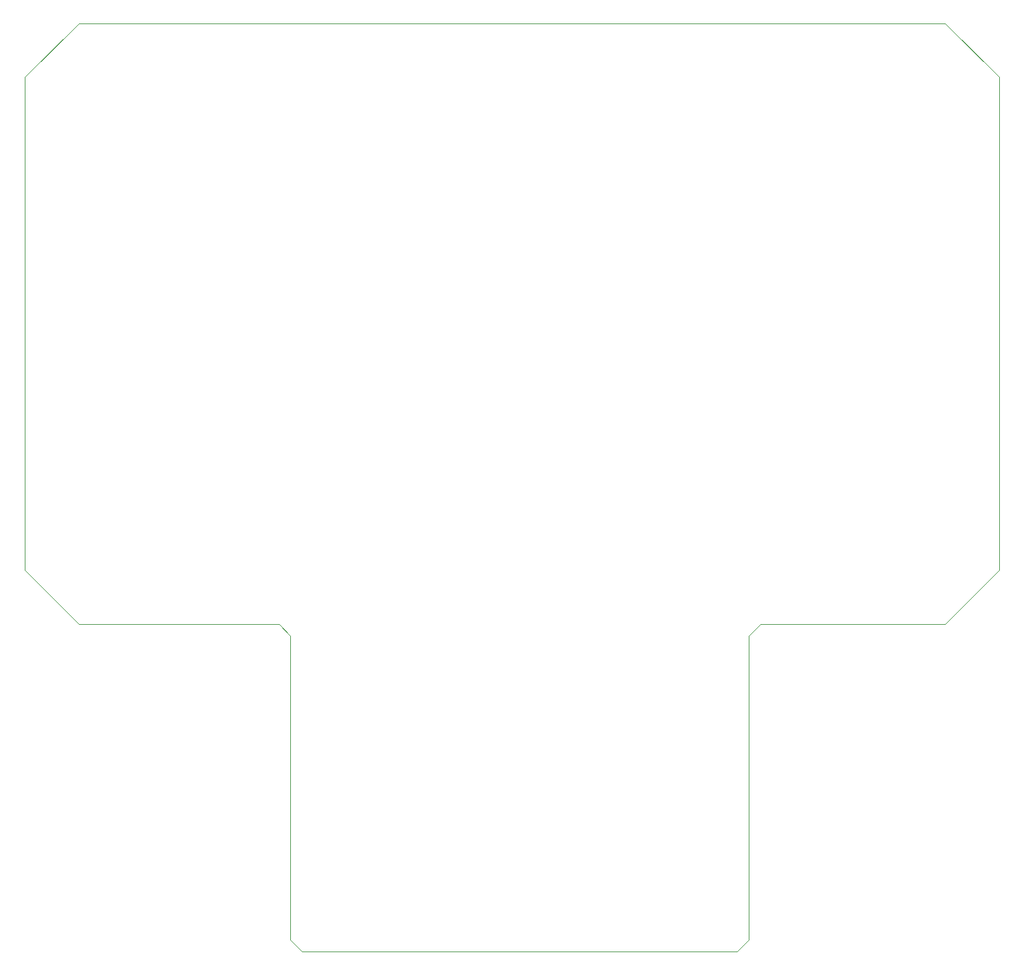
<source format=gbr>
%TF.GenerationSoftware,KiCad,Pcbnew,7.0.9*%
%TF.CreationDate,2023-12-26T13:28:02+01:00*%
%TF.ProjectId,pcb_puissance,7063625f-7075-4697-9373-616e63652e6b,1.1*%
%TF.SameCoordinates,Original*%
%TF.FileFunction,Profile,NP*%
%FSLAX46Y46*%
G04 Gerber Fmt 4.6, Leading zero omitted, Abs format (unit mm)*
G04 Created by KiCad (PCBNEW 7.0.9) date 2023-12-26 13:28:02*
%MOMM*%
%LPD*%
G01*
G04 APERTURE LIST*
%TA.AperFunction,Profile*%
%ADD10C,0.100000*%
%TD*%
G04 APERTURE END LIST*
D10*
X147000000Y-32000000D02*
X147000000Y-96000000D01*
X140000000Y-103000000D01*
X116000000Y-103000000D01*
X114500000Y-104500000D01*
X114500000Y-144000000D01*
X113000000Y-145500000D01*
X56500000Y-145500000D01*
X55000000Y-144000000D01*
X55000000Y-104500000D01*
X53500000Y-103000000D01*
X27500000Y-103000000D01*
X20500000Y-96000000D01*
X20500000Y-32000000D01*
X27500000Y-25000000D01*
X69500000Y-25000000D01*
X98500000Y-25000000D01*
X140000000Y-25000000D01*
X147000000Y-32000000D01*
M02*

</source>
